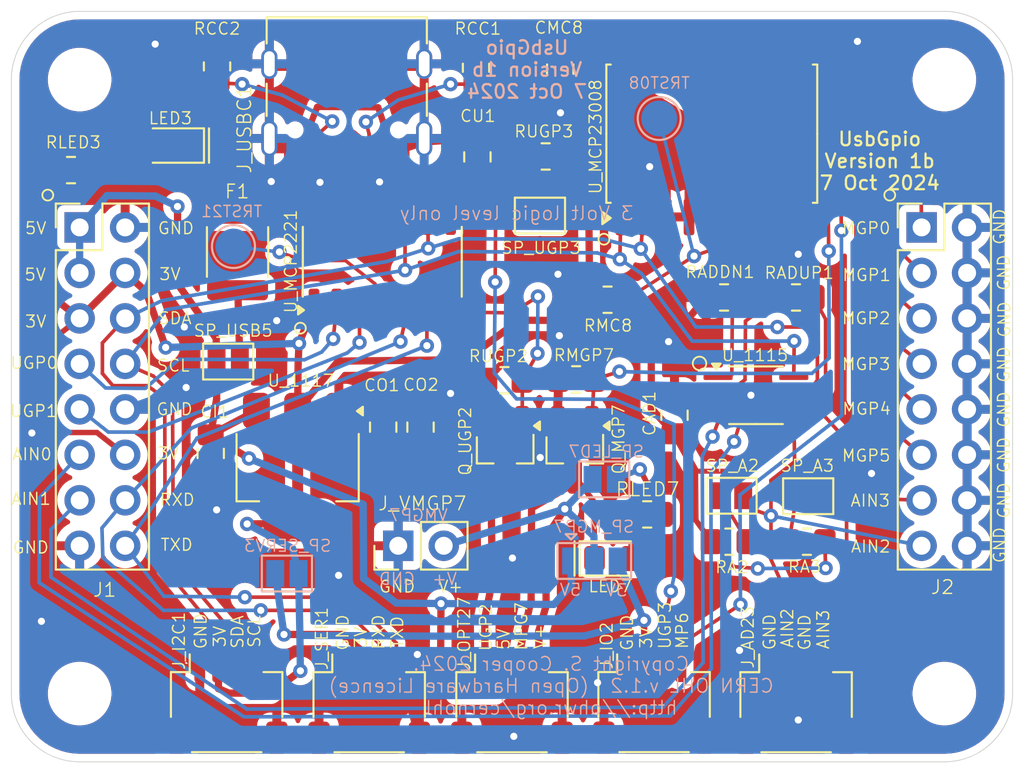
<source format=kicad_pcb>
(kicad_pcb
	(version 20240108)
	(generator "pcbnew")
	(generator_version "8.0")
	(general
		(thickness 1.6)
		(legacy_teardrops no)
	)
	(paper "USLetter")
	(title_block
		(title "UsbGpio")
		(date "2024-10-07")
		(rev "1b")
	)
	(layers
		(0 "F.Cu" signal)
		(31 "B.Cu" signal)
		(32 "B.Adhes" user "B.Adhesive")
		(33 "F.Adhes" user "F.Adhesive")
		(34 "B.Paste" user)
		(35 "F.Paste" user)
		(36 "B.SilkS" user "B.Silkscreen")
		(37 "F.SilkS" user "F.Silkscreen")
		(38 "B.Mask" user)
		(39 "F.Mask" user)
		(40 "Dwgs.User" user "User.Drawings")
		(41 "Cmts.User" user "User.Comments")
		(42 "Eco1.User" user "User.Eco1")
		(43 "Eco2.User" user "User.Eco2")
		(44 "Edge.Cuts" user)
		(45 "Margin" user)
		(46 "B.CrtYd" user "B.Courtyard")
		(47 "F.CrtYd" user "F.Courtyard")
		(48 "B.Fab" user)
		(49 "F.Fab" user)
	)
	(setup
		(stackup
			(layer "F.SilkS"
				(type "Top Silk Screen")
			)
			(layer "F.Paste"
				(type "Top Solder Paste")
			)
			(layer "F.Mask"
				(type "Top Solder Mask")
				(thickness 0.01)
			)
			(layer "F.Cu"
				(type "copper")
				(thickness 0.035)
			)
			(layer "dielectric 1"
				(type "core")
				(thickness 1.51)
				(material "FR4")
				(epsilon_r 4.5)
				(loss_tangent 0.02)
			)
			(layer "B.Cu"
				(type "copper")
				(thickness 0.035)
			)
			(layer "B.Mask"
				(type "Bottom Solder Mask")
				(thickness 0.01)
			)
			(layer "B.Paste"
				(type "Bottom Solder Paste")
			)
			(layer "B.SilkS"
				(type "Bottom Silk Screen")
			)
			(copper_finish "None")
			(dielectric_constraints no)
		)
		(pad_to_mask_clearance 0.0254)
		(solder_mask_min_width 0.1016)
		(allow_soldermask_bridges_in_footprints no)
		(pcbplotparams
			(layerselection 0x00010fc_ffffffff)
			(plot_on_all_layers_selection 0x0000000_00000000)
			(disableapertmacros no)
			(usegerberextensions no)
			(usegerberattributes no)
			(usegerberadvancedattributes no)
			(creategerberjobfile no)
			(dashed_line_dash_ratio 12.000000)
			(dashed_line_gap_ratio 3.000000)
			(svgprecision 4)
			(plotframeref no)
			(viasonmask no)
			(mode 1)
			(useauxorigin no)
			(hpglpennumber 1)
			(hpglpenspeed 20)
			(hpglpendiameter 15.000000)
			(pdf_front_fp_property_popups yes)
			(pdf_back_fp_property_popups yes)
			(dxfpolygonmode yes)
			(dxfimperialunits yes)
			(dxfusepcbnewfont yes)
			(psnegative no)
			(psa4output no)
			(plotreference yes)
			(plotvalue yes)
			(plotfptext yes)
			(plotinvisibletext no)
			(sketchpadsonfab no)
			(subtractmaskfromsilk no)
			(outputformat 1)
			(mirror no)
			(drillshape 1)
			(scaleselection 1)
			(outputdirectory "")
		)
	)
	(net 0 "")
	(net 1 "GND")
	(net 2 "+5V")
	(net 3 "Net-(U_MCP2221-VUSB)")
	(net 4 "Net-(F1-Pad2)")
	(net 5 "+3V3")
	(net 6 "SCL")
	(net 7 "SDA")
	(net 8 "TXD")
	(net 9 "RXD")
	(net 10 "unconnected-(J_USBC1-SBU2-PadB8)")
	(net 11 "AIN3")
	(net 12 "USB+")
	(net 13 "USB-")
	(net 14 "Net-(J_USBC1-CC2)")
	(net 15 "Net-(J_USBC1-CC1)")
	(net 16 "AIN0")
	(net 17 "/ADDR")
	(net 18 "/RDY")
	(net 19 "AIN2")
	(net 20 "/OUGP2")
	(net 21 "/OMPG7")
	(net 22 "AIN1")
	(net 23 "/VSER+")
	(net 24 "UGP1")
	(net 25 "unconnected-(J_USBC1-SBU1-PadA8)")
	(net 26 "UGP0")
	(net 27 "UGP2")
	(net 28 "Net-(SP_A2-B)")
	(net 29 "Net-(SP_A3-B)")
	(net 30 "UGP3")
	(net 31 "Net-(U_MCP23008-~{RESET})")
	(net 32 "MGP7")
	(net 33 "Net-(U_MCP2221-~{RST})")
	(net 34 "MGP5")
	(net 35 "MGP1")
	(net 36 "MGP0")
	(net 37 "MGP2")
	(net 38 "MGP3")
	(net 39 "Net-(J_OPT27-Pin_4)")
	(net 40 "MGP4")
	(net 41 "MGP6")
	(net 42 "unconnected-(U_MCP23008-INT-Pad8)")
	(net 43 "unconnected-(U_MCP23008-NC-Pad7)")
	(net 44 "Net-(LED3-A)")
	(net 45 "Net-(SP_UGP3-A)")
	(net 46 "Net-(SP_LED7-B)")
	(net 47 "Net-(SP_USB5-A)")
	(net 48 "Net-(LED7-A)")
	(footprint "MountingHole:MountingHole_3.2mm_M3" (layer "F.Cu") (at 3.81 3.81))
	(footprint "MountingHole:MountingHole_3.2mm_M3" (layer "F.Cu") (at 52.07 3.81))
	(footprint "Resistor_SMD:R_0805_2012Metric_Pad1.20x1.40mm_HandSolder" (layer "F.Cu") (at 31.5214 20.5514 180))
	(footprint "Fuse:Fuse_1812_4532Metric" (layer "F.Cu") (at 12.6238 13.4366 90))
	(footprint "Capacitor_SMD:C_0805_2012Metric_Pad1.18x1.45mm_HandSolder" (layer "F.Cu") (at 20.7518 23.2195 90))
	(footprint "Connector_JST:JST_SH_SM04B-SRSS-TB_1x04-1MP_P1.00mm_Horizontal" (layer "F.Cu") (at 19.9704 38.6888))
	(footprint "Connector_PinHeader_2.54mm:PinHeader_1x02_P2.54mm_Vertical" (layer "F.Cu") (at 21.59 29.845 90))
	(footprint "Resistor_SMD:R_0805_2012Metric_Pad1.20x1.40mm_HandSolder" (layer "F.Cu") (at 29.8196 8.1026 180))
	(footprint "Package_TO_SOT_SMD:SOT-23_Handsoldering" (layer "F.Cu") (at 27.559 24.487 -90))
	(footprint "Resistor_SMD:R_0805_2012Metric_Pad1.20x1.40mm_HandSolder" (layer "F.Cu") (at 43.7896 15.9766))
	(footprint "Connector_JST:JST_SH_SM04B-SRSS-TB_1x04-1MP_P1.00mm_Horizontal" (layer "F.Cu") (at 35.8694 38.6822))
	(footprint "MyParts:USB_C_Receptacle_Palconn_UTC16-G_MOD" (layer "F.Cu") (at 18.7178 5.168 180))
	(footprint "Capacitor_SMD:C_0805_2012Metric_Pad1.18x1.45mm_HandSolder" (layer "F.Cu") (at 22.8346 23.2195 90))
	(footprint "Resistor_SMD:R_0805_2012Metric_Pad1.20x1.40mm_HandSolder" (layer "F.Cu") (at 33.274 16.1036 180))
	(footprint "Package_TO_SOT_SMD:SOT-23_Handsoldering" (layer "F.Cu") (at 31.4452 24.487 -90))
	(footprint "Capacitor_SMD:C_0805_2012Metric_Pad1.18x1.45mm_HandSolder" (layer "F.Cu") (at 11.1252 24.6888 -90))
	(footprint "Resistor_SMD:R_0805_2012Metric_Pad1.20x1.40mm_HandSolder" (layer "F.Cu") (at 44.3992 29.6164))
	(footprint "Jumper:SolderJumper-2_P1.3mm_Open_Pad1.0x1.5mm" (layer "F.Cu") (at 29.4998 11.4046 180))
	(footprint "Capacitor_SMD:C_0805_2012Metric_Pad1.18x1.45mm_HandSolder" (layer "F.Cu") (at 26.0096 8.128 90))
	(footprint "Package_SO:SOIC-18W_7.5x11.6mm_P1.27mm" (layer "F.Cu") (at 39.0906 6.8308 90))
	(footprint "Resistor_SMD:R_0805_2012Metric" (layer "F.Cu") (at 3.3274 8.8646 180))
	(footprint "Resistor_SMD:R_0805_2012Metric" (layer "F.Cu") (at 25.9334 3.1496 90))
	(footprint "Connector_JST:JST_SH_SM04B-SRSS-TB_1x04-1MP_P1.00mm_Horizontal" (layer "F.Cu") (at 12.0142 38.6842))
	(footprint "Connector_JST:JST_SH_SM04B-SRSS-TB_1x04-1MP_P1.00mm_Horizontal" (layer "F.Cu") (at 27.94 38.6888))
	(footprint "Jumper:SolderJumper-2_P1.3mm_Open_Pad1.0x1.5mm" (layer "F.Cu") (at 12.1008 19.558 180))
	(footprint "Resistor_SMD:R_0805_2012Metric_Pad1.20x1.40mm_HandSolder" (layer "F.Cu") (at 39.7764 15.9766))
	(footprint "MountingHole:MountingHole_3.2mm_M3" (layer "F.Cu") (at 3.81 38.1))
	(footprint "MountingHole:MountingHole_3.2mm_M3" (layer "F.Cu") (at 52.07 38.1))
	(footprint "Connector_JST:JST_SH_SM04B-SRSS-TB_1x04-1MP_P1.00mm_Horizontal" (layer "F.Cu") (at 43.7956 38.6888))
	(footprint "Resistor_SMD:R_0805_2012Metric_Pad1.20x1.40mm_HandSolder" (layer "F.Cu") (at 27.5184 20.5994 180))
	(footprint "Resistor_SMD:R_0805_2012Metric" (layer "F.Cu") (at 11.4788 3.0738 90))
	(footprint "Capacitor_SMD:C_0805_2012Metric_Pad1.18x1.45mm_HandSolder" (layer "F.Cu") (at 37.0078 22.5552 -90))
	(footprint "LED_SMD:LED_0805_2012Metric_Pad1.15x1.40mm_HandSolder" (layer "F.Cu") (at 33.5698 30.5562))
	(footprint "Package_SO:SOIC-14_3.9x8.7mm_P1.27mm" (layer "F.Cu") (at 20.701 13.9842 90))
	(footprint "LED_SMD:LED_0805_2012Metric_Pad1.15x1.40mm_HandSolder" (layer "F.Cu") (at 8.89 7.493 180))
	(footprint "Capacitor_SMD:C_0805_2012Metric_Pad1.18x1.45mm_HandSolder" (layer "F.Cu") (at 30.6324 3.2258 90))
	(footprint "UsbGpio:MSOP-10_3x3mm_P0.5mm_MOD"
		(layer "F.Cu")
		(uuid "cabc629c-b44c-494e-a1a2-9a05e8707979")
		(at 41.5544 21.4376)
		(descr "MSOP, 10 Pin (https://www.jedec.org/system/files/docs/mo-187F.pdf variant BA), generated with kicad-footprint-generator ipc_gullwing_generator.py")
		(tags "MSOP SO")
		(property "Reference" "U_1115"
			(at -0.0508 -2.2352 0)
			(layer "F.SilkS")
			(uuid "1cd5c42f-b5e6-4ad3-98b9-798e244a0181")
			(effects
				(font
					(size 0.6604 0.6604)
					(thickness 0.0762)
				)
			)
		)
		(property "Value" "ADS1115"
			(at 0 1.61 0)
			(layer "F.Fab")
			(hide yes)
			(uuid "b4af40e9-931d-4103-bcce-dd92e9f38318")
			(effects
				(font
					(size 0.3048 0.3048)
					(thickness 0.0508)
					(bold yes)
				)
			)
		)
		(property "Footprint" "UsbGpio:MSOP-10_3x3mm_P0.5mm_MOD"
			(at 0 0 0)
			(unlocked yes)
			(layer "F.Fab")
			(hide yes)
			(uuid "9bfc67a6-bb01-4db7-aac2-992287a769b3")
			(effects
				(font
					(size 1.27 1.27)
					(thickness 0.15)
				)
			)
		)
		(property "Datasheet" "http://www.ti.com/lit/ds/symlink/ads1113.pdf"
			(at 0 0 0)
			(unlocked yes)
			(layer "F.Fab")
			(hide yes)
			(uuid "ddad0462-f7f8-4e8f-ae22-821747bf1ea0")
			(effects
				(font
					(size 1.27 1.27)
					(thickness 0.15)
				)
			)
		)
		(property "Description" "Ultra-Small, Low-Power, I2C-Compatible, 860-SPS, 16-Bit ADCs With Internal Reference, Oscillator, and Programmable Comparator, VSSOP-10"
			(at 0 0 0)
			(unlocked yes)
			(layer "F.Fab")
			(hide yes)
			(uuid "9d817970-0dee-4e07-b34c-15f26952f241")
			(effects
				(font
					(size 1.27 1.27)
					(thickness 0.15)
				)
			)
		)
		(property "Digi-Key_PN" "296-24934-1-ND"
			(at 0 0 0)
			(unlocked yes)
			(layer "F.Fab")
			(hide yes)
			(uuid "25377414-7c2b-4f97-bb38-890a312727d1")
			(effects
				(font
					(size 1 1)
					(thickness 0.15)
				)
			)
		)
		(property "Manufacturer Part#" "ADS1115IDGST"
			(at 0 0 0)
			(unlocked yes)
			(layer "F.Fab")
			(hide yes)
			(uuid "ab5d4dad-7c0f-47eb-9b58-67eccc80028f")
			(effects
				(font
					(size 1 1)
					(thickness 0.15)
				)
			)
		)
		(property ki_fp_filters "TSSOP*3x3mm*P0.5mm*")
		(path "/40cb2db5-9cd6-4a64-a8ef-855ce69141d2")
		(sheetname "Root")
		(sheetfile "UsbGpio_v1b.kicad_sch")
		(attr smd)
		(fp_line
			(start 0 -1.61)
			(end -1.5 -1.61)
			(stroke
				(width 0.12)
				(type solid)
			)
			(layer "F.SilkS")
			(uuid "f511709a-c6ff-4658-b61e-a0be96a10be0")
		)
		(fp_line
			(start 0 -1.61)
			(end 1.5 -1.61)
			(stroke
				(width 0.12)
				(type solid)
			)
			(layer "F.SilkS")
			(uuid "e19ac459-a36b-41d0-a97b-e7729f246493")
		)
		(fp_line
			(start 0 1.61)
			(end -1.5 1.61)
			(stroke
				(width 0.12)
				(type solid)
			)
			(l
... [481314 chars truncated]
</source>
